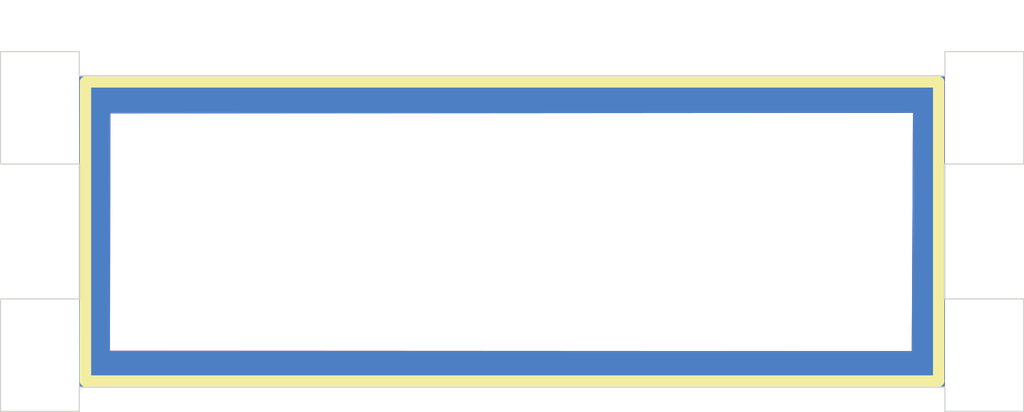
<source format=kicad_pcb>
(kicad_pcb (version 20221018) (generator pcbnew)
  (layers (0 "F.Cu" signal) (31 "B.Cu" signal) (34 "B.Paste" user) (35 "F.Paste" user) (36 "B.SilkS" user "B.Silkscreen") (37 "F.SilkS" user "F.Silkscreen") (38 "B.Mask" user) (39 "F.Mask" user) (44 "Edge.Cuts" user))
  (net 0 "")
  (footprint "TopEC:Top" (layer "F.Cu") (at 150.79 92.21)
    (fp_text reference "Ref**" hide)
    (fp_text value "Val**" hide)
    (fp_line (start -37.94 -13.3) (end -37.94 13.3) (stroke (width 1)) (layer "F.SilkS"))
    (fp_line (start -37.94 13.3) (end 37.94 13.3) (stroke (width 1)) (layer "F.SilkS"))
    (fp_line (start 37.94 -13.3) (end -37.94 -13.3) (stroke (width 1)) (layer "F.SilkS"))
    (fp_line (start 37.94 13.3) (end 37.94 -13.3) (stroke (width 1)) (layer "F.SilkS"))
    (fp_line (start -45.5 -16) (end -45.5 -6) (stroke (width 0.1)) (layer "Edge.Cuts"))
    (fp_line (start -45.5 -6) (end -38.5 -6) (stroke (width 0.1)) (layer "Edge.Cuts"))
    (fp_line (start -45.5 6) (end -45.5 16) (stroke (width 0.1)) (layer "Edge.Cuts"))
    (fp_line (start -45.5 16) (end -38.5 16) (stroke (width 0.1)) (layer "Edge.Cuts"))
    (fp_line (start -38.500004 -16) (end -45.5 -16) (stroke (width 0.1)) (layer "Edge.Cuts"))
    (fp_line (start -38.5 -13.847379) (end -38.5 -16) (stroke (width 0.1)) (layer "Edge.Cuts"))
    (fp_line (start -38.5 -13.847379) (end 38.5 -13.847379) (stroke (width 0.1)) (layer "Edge.Cuts"))
    (fp_line (start -38.5 -6) (end -38.5 6) (stroke (width 0.1)) (layer "Edge.Cuts"))
    (fp_line (start -38.5 6) (end -45.5 6) (stroke (width 0.1)) (layer "Edge.Cuts"))
    (fp_line (start -38.5 13.847379) (end -38.5 16) (stroke (width 0.1)) (layer "Edge.Cuts"))
    (fp_line (start 38.5 -16) (end 38.5 -13.847379) (stroke (width 0.1)) (layer "Edge.Cuts"))
    (fp_line (start 38.5 -6) (end 45.5 -6) (stroke (width 0.1)) (layer "Edge.Cuts"))
    (fp_line (start 38.5 6) (end 38.5 -6) (stroke (width 0.1)) (layer "Edge.Cuts"))
    (fp_line (start 38.5 13.847379) (end -38.5 13.847379) (stroke (width 0.1)) (layer "Edge.Cuts"))
    (fp_line (start 38.5 13.847379) (end 38.5 16) (stroke (width 0.1)) (layer "Edge.Cuts"))
    (fp_line (start 38.5 16) (end 45.5 16) (stroke (width 0.1)) (layer "Edge.Cuts"))
    (fp_line (start 45.5 -16) (end 38.5 -16) (stroke (width 0.1)) (layer "Edge.Cuts"))
    (fp_line (start 45.5 -6) (end 45.5 -16) (stroke (width 0.1)) (layer "Edge.Cuts"))
    (fp_line (start 45.5 6) (end 38.5 6) (stroke (width 0.1)) (layer "Edge.Cuts"))
    (fp_line (start 45.5 16) (end 45.5 6) (stroke (width 0.1)) (layer "Edge.Cuts"))
  )
  (zone (net 0) (net_name "") (layers "F&B.Cu") (connect_pads (clearance 0)) (min_thickness 0.25)
    (keepout (tracks not_allowed) (vias not_allowed) (pads not_allowed) (copperpour not_allowed) (footprints allowed))
    (fill (thermal_gap 0.5) (thermal_bridge_width 0.5))
    (polygon (pts (xy 115.06 81.706724) (xy 186.45 81.66) (xy 186.34 102.85) (xy 115.02 102.82)))
  )
  (zone (net 0) (net_name "") (layers "F&B.Cu") (connect_pads (clearance 0.5)) (min_thickness 0.25) (fill yes (thermal_gap 0.5) (thermal_bridge_width 0.5) (island_removal_mode 1) (island_area_min 10))
    (polygon (pts (xy 112.29 78.36) (xy 189.29 78.36) (xy 189.28 106.06) (xy 112.31 106.06) (xy 112.31 104.55)))
  )
)
</source>
